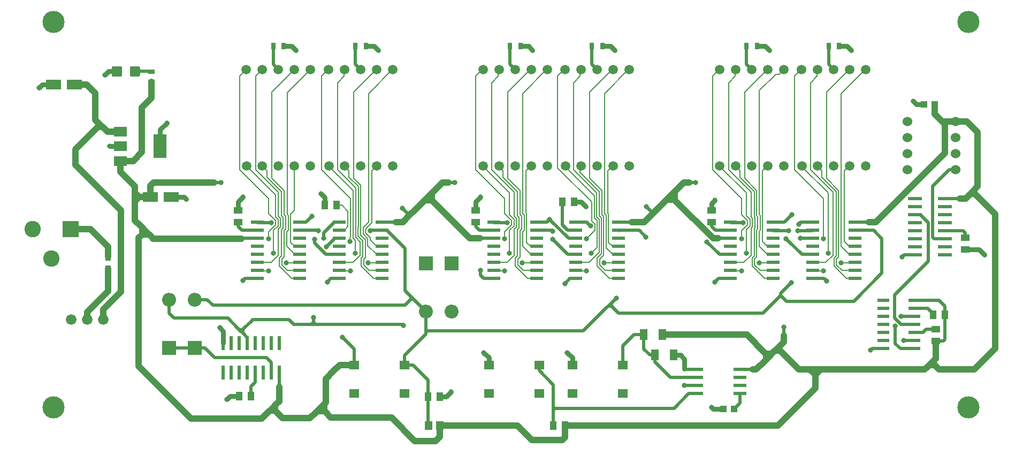
<source format=gbr>
G04 #@! TF.GenerationSoftware,KiCad,Pcbnew,(5.1.4)-1*
G04 #@! TF.CreationDate,2020-03-17T12:53:42-04:00*
G04 #@! TF.ProjectId,counter,636f756e-7465-4722-9e6b-696361645f70,v01*
G04 #@! TF.SameCoordinates,Original*
G04 #@! TF.FileFunction,Copper,L1,Top*
G04 #@! TF.FilePolarity,Positive*
%FSLAX46Y46*%
G04 Gerber Fmt 4.6, Leading zero omitted, Abs format (unit mm)*
G04 Created by KiCad (PCBNEW (5.1.4)-1) date 2020-03-17 12:53:42*
%MOMM*%
%LPD*%
G04 APERTURE LIST*
%ADD10R,0.965200X0.863600*%
%ADD11R,1.380000X1.040000*%
%ADD12R,0.800000X0.980000*%
%ADD13R,2.159000X0.558800*%
%ADD14C,1.500000*%
%ADD15R,1.600000X1.400000*%
%ADD16C,3.500000*%
%ADD17R,1.981200X0.558800*%
%ADD18R,1.160000X1.470000*%
%ADD19R,1.160000X1.820000*%
%ADD20R,1.100000X1.000000*%
%ADD21R,2.420000X1.580000*%
%ADD22C,0.100000*%
%ADD23C,1.600000*%
%ADD24R,2.600000X2.600000*%
%ADD25C,2.600000*%
%ADD26R,1.040000X1.380000*%
%ADD27R,0.980000X0.800000*%
%ADD28R,1.160000X1.680000*%
%ADD29R,0.558800X2.184400*%
%ADD30R,2.184400X0.558800*%
%ADD31R,2.057400X0.558800*%
%ADD32R,2.000000X3.800000*%
%ADD33R,2.000000X1.500000*%
%ADD34C,1.524000*%
%ADD35O,2.200000X2.200000*%
%ADD36R,2.200000X2.200000*%
%ADD37C,1.676400*%
%ADD38C,0.800000*%
%ADD39C,0.200000*%
%ADD40C,0.500000*%
%ADD41C,1.000000*%
%ADD42C,0.750000*%
%ADD43C,0.300000*%
G04 APERTURE END LIST*
D10*
X67056000Y-108800900D03*
X67056000Y-107200700D03*
D11*
X162560000Y-101524000D03*
X162560000Y-99644000D03*
D12*
X107837000Y-73660000D03*
X106163000Y-73660000D03*
D13*
X141063800Y-101555000D03*
X141063800Y-102825000D03*
X141063800Y-104095000D03*
X141063800Y-105365000D03*
X141063800Y-106635000D03*
X141063800Y-107905000D03*
X141063800Y-109175000D03*
X141063800Y-110445000D03*
X147820200Y-110445000D03*
X147820200Y-109175000D03*
X147820200Y-107905000D03*
X147820200Y-106635000D03*
X147820200Y-105365000D03*
X147820200Y-104095000D03*
X147820200Y-102825000D03*
X147820200Y-101555000D03*
D14*
X112080000Y-92620000D03*
X109540000Y-92620000D03*
X107000000Y-92620000D03*
X104460000Y-92620000D03*
X101960000Y-92620000D03*
X107000000Y-77380000D03*
X109540000Y-77380000D03*
X112080000Y-77380000D03*
X104460000Y-77380000D03*
X101920000Y-77380000D03*
D11*
X87630000Y-101524000D03*
X87630000Y-99644000D03*
D15*
X148526000Y-128615000D03*
X140526000Y-128615000D03*
X148526000Y-124115000D03*
X140526000Y-124115000D03*
D16*
X203200000Y-69850000D03*
X58420000Y-69850000D03*
X203200000Y-130810000D03*
X58420000Y-130810000D03*
D17*
X189687200Y-113919000D03*
X189687200Y-115189000D03*
X189687200Y-116459000D03*
X189687200Y-117729000D03*
X189687200Y-118999000D03*
X189687200Y-120269000D03*
X189687200Y-121539000D03*
X194614800Y-121539000D03*
X194614800Y-120269000D03*
X194614800Y-118999000D03*
X194614800Y-117729000D03*
X194614800Y-116459000D03*
X194614800Y-115189000D03*
X194614800Y-113919000D03*
D18*
X119498000Y-133731000D03*
X117738000Y-133731000D03*
D19*
X153592000Y-122555000D03*
X156542000Y-122555000D03*
D20*
X164377000Y-131064000D03*
X166077000Y-131064000D03*
D21*
X58421000Y-79756000D03*
X61721000Y-79756000D03*
D20*
X197827000Y-82931000D03*
X196127000Y-82931000D03*
D21*
X73711800Y-97561400D03*
X77011800Y-97561400D03*
D22*
G36*
X68999504Y-76862104D02*
G01*
X69023773Y-76865704D01*
X69047571Y-76871665D01*
X69070671Y-76879930D01*
X69092849Y-76890420D01*
X69113893Y-76903033D01*
X69133598Y-76917647D01*
X69151777Y-76934123D01*
X69168253Y-76952302D01*
X69182867Y-76972007D01*
X69195480Y-76993051D01*
X69205970Y-77015229D01*
X69214235Y-77038329D01*
X69220196Y-77062127D01*
X69223796Y-77086396D01*
X69225000Y-77110900D01*
X69225000Y-78260900D01*
X69223796Y-78285404D01*
X69220196Y-78309673D01*
X69214235Y-78333471D01*
X69205970Y-78356571D01*
X69195480Y-78378749D01*
X69182867Y-78399793D01*
X69168253Y-78419498D01*
X69151777Y-78437677D01*
X69133598Y-78454153D01*
X69113893Y-78468767D01*
X69092849Y-78481380D01*
X69070671Y-78491870D01*
X69047571Y-78500135D01*
X69023773Y-78506096D01*
X68999504Y-78509696D01*
X68975000Y-78510900D01*
X67875000Y-78510900D01*
X67850496Y-78509696D01*
X67826227Y-78506096D01*
X67802429Y-78500135D01*
X67779329Y-78491870D01*
X67757151Y-78481380D01*
X67736107Y-78468767D01*
X67716402Y-78454153D01*
X67698223Y-78437677D01*
X67681747Y-78419498D01*
X67667133Y-78399793D01*
X67654520Y-78378749D01*
X67644030Y-78356571D01*
X67635765Y-78333471D01*
X67629804Y-78309673D01*
X67626204Y-78285404D01*
X67625000Y-78260900D01*
X67625000Y-77110900D01*
X67626204Y-77086396D01*
X67629804Y-77062127D01*
X67635765Y-77038329D01*
X67644030Y-77015229D01*
X67654520Y-76993051D01*
X67667133Y-76972007D01*
X67681747Y-76952302D01*
X67698223Y-76934123D01*
X67716402Y-76917647D01*
X67736107Y-76903033D01*
X67757151Y-76890420D01*
X67779329Y-76879930D01*
X67802429Y-76871665D01*
X67826227Y-76865704D01*
X67850496Y-76862104D01*
X67875000Y-76860900D01*
X68975000Y-76860900D01*
X68999504Y-76862104D01*
X68999504Y-76862104D01*
G37*
D23*
X68425000Y-77685900D03*
D22*
G36*
X71849504Y-76862104D02*
G01*
X71873773Y-76865704D01*
X71897571Y-76871665D01*
X71920671Y-76879930D01*
X71942849Y-76890420D01*
X71963893Y-76903033D01*
X71983598Y-76917647D01*
X72001777Y-76934123D01*
X72018253Y-76952302D01*
X72032867Y-76972007D01*
X72045480Y-76993051D01*
X72055970Y-77015229D01*
X72064235Y-77038329D01*
X72070196Y-77062127D01*
X72073796Y-77086396D01*
X72075000Y-77110900D01*
X72075000Y-78260900D01*
X72073796Y-78285404D01*
X72070196Y-78309673D01*
X72064235Y-78333471D01*
X72055970Y-78356571D01*
X72045480Y-78378749D01*
X72032867Y-78399793D01*
X72018253Y-78419498D01*
X72001777Y-78437677D01*
X71983598Y-78454153D01*
X71963893Y-78468767D01*
X71942849Y-78481380D01*
X71920671Y-78491870D01*
X71897571Y-78500135D01*
X71873773Y-78506096D01*
X71849504Y-78509696D01*
X71825000Y-78510900D01*
X70725000Y-78510900D01*
X70700496Y-78509696D01*
X70676227Y-78506096D01*
X70652429Y-78500135D01*
X70629329Y-78491870D01*
X70607151Y-78481380D01*
X70586107Y-78468767D01*
X70566402Y-78454153D01*
X70548223Y-78437677D01*
X70531747Y-78419498D01*
X70517133Y-78399793D01*
X70504520Y-78378749D01*
X70494030Y-78356571D01*
X70485765Y-78333471D01*
X70479804Y-78309673D01*
X70476204Y-78285404D01*
X70475000Y-78260900D01*
X70475000Y-77110900D01*
X70476204Y-77086396D01*
X70479804Y-77062127D01*
X70485765Y-77038329D01*
X70494030Y-77015229D01*
X70504520Y-76993051D01*
X70517133Y-76972007D01*
X70531747Y-76952302D01*
X70548223Y-76934123D01*
X70566402Y-76917647D01*
X70586107Y-76903033D01*
X70607151Y-76890420D01*
X70629329Y-76879930D01*
X70652429Y-76871665D01*
X70676227Y-76865704D01*
X70700496Y-76862104D01*
X70725000Y-76860900D01*
X71825000Y-76860900D01*
X71849504Y-76862104D01*
X71849504Y-76862104D01*
G37*
D23*
X71275000Y-77685900D03*
D24*
X61087000Y-102616000D03*
D25*
X55087000Y-102616000D03*
X58087000Y-107316000D03*
D13*
X185262200Y-101555000D03*
X185262200Y-102825000D03*
X185262200Y-104095000D03*
X185262200Y-105365000D03*
X185262200Y-106635000D03*
X185262200Y-107905000D03*
X185262200Y-109175000D03*
X185262200Y-110445000D03*
X178505800Y-110445000D03*
X178505800Y-109175000D03*
X178505800Y-107905000D03*
X178505800Y-106635000D03*
X178505800Y-105365000D03*
X178505800Y-104095000D03*
X178505800Y-102825000D03*
X178505800Y-101555000D03*
X165505800Y-101555000D03*
X165505800Y-102825000D03*
X165505800Y-104095000D03*
X165505800Y-105365000D03*
X165505800Y-106635000D03*
X165505800Y-107905000D03*
X165505800Y-109175000D03*
X165505800Y-110445000D03*
X172262200Y-110445000D03*
X172262200Y-109175000D03*
X172262200Y-107905000D03*
X172262200Y-106635000D03*
X172262200Y-105365000D03*
X172262200Y-104095000D03*
X172262200Y-102825000D03*
X172262200Y-101555000D03*
X110378200Y-101555000D03*
X110378200Y-102825000D03*
X110378200Y-104095000D03*
X110378200Y-105365000D03*
X110378200Y-106635000D03*
X110378200Y-107905000D03*
X110378200Y-109175000D03*
X110378200Y-110445000D03*
X103621800Y-110445000D03*
X103621800Y-109175000D03*
X103621800Y-107905000D03*
X103621800Y-106635000D03*
X103621800Y-105365000D03*
X103621800Y-104095000D03*
X103621800Y-102825000D03*
X103621800Y-101555000D03*
X90621800Y-101555000D03*
X90621800Y-102825000D03*
X90621800Y-104095000D03*
X90621800Y-105365000D03*
X90621800Y-106635000D03*
X90621800Y-107905000D03*
X90621800Y-109175000D03*
X90621800Y-110445000D03*
X97378200Y-110445000D03*
X97378200Y-109175000D03*
X97378200Y-107905000D03*
X97378200Y-106635000D03*
X97378200Y-105365000D03*
X97378200Y-104095000D03*
X97378200Y-102825000D03*
X97378200Y-101555000D03*
D26*
X139370000Y-133731000D03*
X137490000Y-133731000D03*
X140767000Y-98298000D03*
X138887000Y-98298000D03*
X101295000Y-98806000D03*
X103175000Y-98806000D03*
D27*
X73914000Y-77699800D03*
X73914000Y-79373800D03*
D11*
X197993000Y-120320000D03*
X197993000Y-118440000D03*
D26*
X197561000Y-116205000D03*
X199441000Y-116205000D03*
D12*
X181047000Y-73660000D03*
X182721000Y-73660000D03*
X145279000Y-73660000D03*
X143605000Y-73660000D03*
D11*
X125222000Y-101524000D03*
X125222000Y-99644000D03*
D12*
X169721000Y-73660000D03*
X168047000Y-73660000D03*
X130605000Y-73660000D03*
X132279000Y-73660000D03*
X93163000Y-73660000D03*
X94837000Y-73660000D03*
D26*
X117678000Y-129159000D03*
X119558000Y-129159000D03*
X87757000Y-129032000D03*
X89637000Y-129032000D03*
D28*
X154738600Y-119329200D03*
X151788600Y-119329200D03*
D11*
X202692000Y-105842000D03*
X202692000Y-103962000D03*
D13*
X134820200Y-101555000D03*
X134820200Y-102825000D03*
X134820200Y-104095000D03*
X134820200Y-105365000D03*
X134820200Y-106635000D03*
X134820200Y-107905000D03*
X134820200Y-109175000D03*
X134820200Y-110445000D03*
X128063800Y-110445000D03*
X128063800Y-109175000D03*
X128063800Y-107905000D03*
X128063800Y-106635000D03*
X128063800Y-105365000D03*
X128063800Y-104095000D03*
X128063800Y-102825000D03*
X128063800Y-101555000D03*
D15*
X105982000Y-124115000D03*
X113982000Y-124115000D03*
X105982000Y-128615000D03*
X113982000Y-128615000D03*
X127279400Y-124115000D03*
X135279400Y-124115000D03*
X127279400Y-128615000D03*
X135279400Y-128615000D03*
D29*
X94150000Y-120624600D03*
X92880000Y-120624600D03*
X91610000Y-120624600D03*
X90340000Y-120624600D03*
X89070000Y-120624600D03*
X87800000Y-120624600D03*
X86530000Y-120624600D03*
X85260000Y-120624600D03*
X85260000Y-125349000D03*
X86530000Y-125349000D03*
X87800000Y-125349000D03*
X89070000Y-125349000D03*
X90340000Y-125349000D03*
X91610000Y-125349000D03*
X92880000Y-125349000D03*
X94150000Y-125349000D03*
D30*
X194741800Y-97790000D03*
X194741800Y-99060000D03*
X194741800Y-100330000D03*
X194741800Y-101600000D03*
X194741800Y-102870000D03*
X194741800Y-104140000D03*
X194741800Y-105410000D03*
X194741800Y-106680000D03*
X199466200Y-106680000D03*
X199466200Y-105410000D03*
X199466200Y-104140000D03*
X199466200Y-102870000D03*
X199466200Y-101600000D03*
X199466200Y-100330000D03*
X199466200Y-99060000D03*
X199466200Y-97790000D03*
D31*
X160147000Y-124841000D03*
X160147000Y-126111000D03*
X160147000Y-127381000D03*
X160147000Y-128651000D03*
X167005000Y-128651000D03*
X167005000Y-127381000D03*
X167005000Y-126111000D03*
X167005000Y-124841000D03*
D32*
X75286000Y-89535000D03*
D33*
X68986000Y-89535000D03*
X68986000Y-91835000D03*
X68986000Y-87235000D03*
D34*
X193548000Y-85598000D03*
X193548000Y-88138000D03*
X193548000Y-90678000D03*
X193548000Y-93218000D03*
X201168000Y-93218000D03*
X201168000Y-90678000D03*
X201168000Y-88138000D03*
X201168000Y-85598000D03*
D35*
X121412000Y-115697000D03*
D36*
X121412000Y-108077000D03*
X117348000Y-108077000D03*
D35*
X117348000Y-115697000D03*
X80772000Y-113792000D03*
D36*
X80772000Y-121412000D03*
X76708000Y-121412000D03*
D35*
X76708000Y-113792000D03*
D14*
X99080000Y-92620000D03*
X96540000Y-92620000D03*
X94000000Y-92620000D03*
X91460000Y-92620000D03*
X88960000Y-92620000D03*
X94000000Y-77380000D03*
X96540000Y-77380000D03*
X99080000Y-77380000D03*
X91460000Y-77380000D03*
X88920000Y-77380000D03*
X186964000Y-92620000D03*
X184424000Y-92620000D03*
X181884000Y-92620000D03*
X179344000Y-92620000D03*
X176844000Y-92620000D03*
X181884000Y-77380000D03*
X184424000Y-77380000D03*
X186964000Y-77380000D03*
X179344000Y-77380000D03*
X176804000Y-77380000D03*
X163804000Y-77380000D03*
X166344000Y-77380000D03*
X173964000Y-77380000D03*
X171424000Y-77380000D03*
X168884000Y-77380000D03*
X163844000Y-92620000D03*
X166344000Y-92620000D03*
X168884000Y-92620000D03*
X171424000Y-92620000D03*
X173964000Y-92620000D03*
X149522000Y-92620000D03*
X146982000Y-92620000D03*
X144442000Y-92620000D03*
X141902000Y-92620000D03*
X139402000Y-92620000D03*
X144442000Y-77380000D03*
X146982000Y-77380000D03*
X149522000Y-77380000D03*
X141902000Y-77380000D03*
X139362000Y-77380000D03*
X126362000Y-77380000D03*
X128902000Y-77380000D03*
X136522000Y-77380000D03*
X133982000Y-77380000D03*
X131442000Y-77380000D03*
X126402000Y-92620000D03*
X128902000Y-92620000D03*
X131442000Y-92620000D03*
X133982000Y-92620000D03*
X136522000Y-92620000D03*
D37*
X63754000Y-116967000D03*
X61214000Y-116967000D03*
X66294000Y-116967000D03*
D38*
X180213000Y-109220000D03*
X180213000Y-104140000D03*
X183007000Y-107950000D03*
X180975000Y-106426000D03*
X170053000Y-107950000D03*
X168021000Y-106426000D03*
X167259000Y-104140000D03*
X167259000Y-109220000D03*
X105410000Y-109220000D03*
X105276992Y-104543459D03*
X108204000Y-107950000D03*
X106172000Y-106426000D03*
X93218000Y-106426000D03*
X95250000Y-107950000D03*
X92456000Y-104140000D03*
X92456000Y-109220000D03*
X142748000Y-104140000D03*
X142748000Y-109220000D03*
X145542000Y-107950000D03*
X143510000Y-106426000D03*
X132588000Y-107950000D03*
X130556000Y-106426000D03*
X129794000Y-104140000D03*
X129794000Y-109220000D03*
X173990000Y-118110000D03*
X175260000Y-100330000D03*
X160020000Y-95250000D03*
X101600000Y-105410000D03*
X121920000Y-95250000D03*
X136906000Y-101092000D03*
X99314000Y-100584000D03*
X84937600Y-95250000D03*
X176611621Y-104077980D03*
X104140000Y-119761000D03*
X113588800Y-99314000D03*
X152196800Y-99110800D03*
X147447000Y-113538000D03*
X174752000Y-102870000D03*
X108517626Y-102885977D03*
X100322594Y-102870000D03*
X175133000Y-111125000D03*
X152146000Y-103886000D03*
X139700000Y-122174000D03*
X184658000Y-74320400D03*
X171653200Y-74320400D03*
X147218400Y-74320400D03*
X134213600Y-74320400D03*
X109778800Y-74320400D03*
X100711000Y-97028000D03*
X88392000Y-110744000D03*
X101727000Y-110998000D03*
X139319000Y-111252000D03*
X163068000Y-110998000D03*
X192659000Y-107061000D03*
X187706000Y-121793000D03*
X158242000Y-123190000D03*
X85852000Y-129540000D03*
X125984000Y-97536000D03*
X142621000Y-99060000D03*
X163068000Y-98044000D03*
X194437000Y-82423000D03*
X121285000Y-128397000D03*
X84709000Y-118237000D03*
X205740000Y-106680000D03*
X162560000Y-130810000D03*
X88392000Y-97536000D03*
X56134000Y-80264000D03*
X79375000Y-97917000D03*
X66548000Y-78232000D03*
X67310000Y-89535000D03*
X76327000Y-85852000D03*
X96774000Y-74320400D03*
X126492000Y-122174000D03*
X180784500Y-110871000D03*
X125984000Y-109156500D03*
X113792000Y-117856000D03*
X101172604Y-104060705D03*
X99568000Y-116586000D03*
X137409643Y-102974517D03*
X167513000Y-101600000D03*
X174308397Y-104136500D03*
X158242000Y-127381000D03*
X176149000Y-102870000D03*
X192913000Y-120269000D03*
X176300853Y-101881585D03*
X161798000Y-104648000D03*
X143409444Y-102142010D03*
X99695000Y-104267000D03*
X92837000Y-101600000D03*
X137414000Y-104267000D03*
X130175000Y-101600000D03*
X192532000Y-116459000D03*
X191617600Y-117957600D03*
D39*
X180213000Y-109220000D02*
X178423800Y-109220000D01*
X178423800Y-109220000D02*
X178378800Y-109175000D01*
X180213000Y-97790000D02*
X180213000Y-104140000D01*
X176911000Y-94488000D02*
X180213000Y-97790000D01*
X175641999Y-93218999D02*
X176911000Y-94488000D01*
X176677000Y-77380000D02*
X175641999Y-78415001D01*
X175641999Y-78415001D02*
X175641999Y-93218999D01*
X180595242Y-107905000D02*
X179708300Y-107905000D01*
X178166999Y-79490661D02*
X178166999Y-93203999D01*
X179708300Y-107905000D02*
X178378800Y-107905000D01*
X178166999Y-93203999D02*
X181737000Y-96774000D01*
X181737000Y-106763242D02*
X180595242Y-107905000D01*
X181737000Y-96774000D02*
X181737000Y-106763242D01*
X179217000Y-78440660D02*
X178166999Y-79490661D01*
X179217000Y-77380000D02*
X179217000Y-78440660D01*
X186837000Y-77380000D02*
X183045022Y-81171978D01*
X183045022Y-81171978D02*
X183045022Y-105344922D01*
X183045022Y-105344922D02*
X184335100Y-106635000D01*
X184335100Y-106635000D02*
X185135200Y-106635000D01*
X183855700Y-109175000D02*
X185135200Y-109175000D01*
X182306999Y-107359999D02*
X182306999Y-108286001D01*
X182645011Y-107021987D02*
X182306999Y-107359999D01*
X182645011Y-96515255D02*
X182645011Y-107021987D01*
X180706999Y-94577243D02*
X182645011Y-96515255D01*
X180706999Y-80970001D02*
X180706999Y-94577243D01*
X184297000Y-77380000D02*
X180706999Y-80970001D01*
X183195998Y-109175000D02*
X183855700Y-109175000D01*
X182306999Y-108286001D02*
X183195998Y-109175000D01*
D40*
X181047000Y-76543000D02*
X181884000Y-77380000D01*
X181047000Y-73660000D02*
X181047000Y-76543000D01*
D39*
X185090200Y-107950000D02*
X185135200Y-107905000D01*
X183007000Y-107950000D02*
X185090200Y-107950000D01*
X180975000Y-96878000D02*
X180975000Y-105860315D01*
X176717000Y-92620000D02*
X180975000Y-96878000D01*
X180975000Y-105860315D02*
X180975000Y-106426000D01*
X183855700Y-110445000D02*
X185135200Y-110445000D01*
X181906988Y-107194310D02*
X181906988Y-108496288D01*
X182245000Y-106856298D02*
X181906988Y-107194310D01*
X182245000Y-96680944D02*
X182245000Y-106856298D01*
X179966999Y-93369999D02*
X179966999Y-94402943D01*
X179217000Y-92620000D02*
X179966999Y-93369999D01*
X181906988Y-108496288D02*
X183855700Y-110445000D01*
X179966999Y-94402943D02*
X182245000Y-96680944D01*
X184297000Y-92620000D02*
X183547001Y-93369999D01*
X183547001Y-93369999D02*
X183547001Y-104576901D01*
X183547001Y-104576901D02*
X184335100Y-105365000D01*
X184335100Y-105365000D02*
X185135200Y-105365000D01*
X170613067Y-100269865D02*
X170613067Y-104596967D01*
X170613067Y-104596967D02*
X171381100Y-105365000D01*
X171381100Y-105365000D02*
X172181200Y-105365000D01*
X170593001Y-93369999D02*
X170593001Y-100249799D01*
X170593001Y-100249799D02*
X170613067Y-100269865D01*
X171343000Y-92620000D02*
X170593001Y-93369999D01*
X169291000Y-106856298D02*
X168952988Y-107194310D01*
X168952988Y-108496288D02*
X170901700Y-110445000D01*
X168952988Y-107194310D02*
X168952988Y-108496288D01*
X166263000Y-92620000D02*
X167012999Y-93369999D01*
X169291000Y-102555102D02*
X169291000Y-106856298D01*
X169413034Y-102433068D02*
X169291000Y-102555102D01*
X170901700Y-110445000D02*
X172181200Y-110445000D01*
X167012999Y-93369999D02*
X167012999Y-94402943D01*
X169413034Y-100766932D02*
X169413034Y-102433068D01*
X169291000Y-96680944D02*
X169291000Y-100644898D01*
X167012999Y-94402943D02*
X169291000Y-96680944D01*
X169291000Y-100644898D02*
X169413034Y-100766932D01*
X172136200Y-107950000D02*
X172181200Y-107905000D01*
X170053000Y-107950000D02*
X172136200Y-107950000D01*
X168021000Y-102693702D02*
X168021000Y-105860315D01*
X168021000Y-100506298D02*
X168613012Y-101098310D01*
X168021000Y-105860315D02*
X168021000Y-106426000D01*
X168613012Y-101098310D02*
X168613012Y-102101690D01*
X168021000Y-96878000D02*
X168021000Y-100506298D01*
X163763000Y-92620000D02*
X168021000Y-96878000D01*
X168613012Y-102101690D02*
X168021000Y-102693702D01*
D40*
X168047000Y-76543000D02*
X168884000Y-77380000D01*
X168047000Y-73660000D02*
X168047000Y-76543000D01*
D39*
X169691011Y-107021987D02*
X169352999Y-107359999D01*
X169691011Y-100479209D02*
X169813045Y-100601243D01*
X169691011Y-102720791D02*
X169691011Y-107021987D01*
X169813045Y-100601243D02*
X169813045Y-102598757D01*
X170901700Y-109175000D02*
X172181200Y-109175000D01*
X167752999Y-94577243D02*
X169691011Y-96515255D01*
X169813045Y-102598757D02*
X169691011Y-102720791D01*
X169352999Y-108286001D02*
X170241998Y-109175000D01*
X169352999Y-107359999D02*
X169352999Y-108286001D01*
X170241998Y-109175000D02*
X170901700Y-109175000D01*
X169691011Y-96515255D02*
X169691011Y-100479209D01*
X167752999Y-80970001D02*
X167752999Y-94577243D01*
X171343000Y-77380000D02*
X167752999Y-80970001D01*
X171381100Y-106635000D02*
X172181200Y-106635000D01*
X170213056Y-100435554D02*
X170213056Y-102764446D01*
X170213056Y-102764446D02*
X170091022Y-102886480D01*
X170091022Y-102886480D02*
X170091022Y-105344922D01*
X170091022Y-105344922D02*
X171381100Y-106635000D01*
X170091022Y-100313520D02*
X170213056Y-100435554D01*
X173214001Y-78129999D02*
X172695001Y-78129999D01*
X173964000Y-77380000D02*
X173214001Y-78129999D01*
X170091022Y-80733978D02*
X170091022Y-81241978D01*
X172695001Y-78129999D02*
X170091022Y-80733978D01*
X170091022Y-81171978D02*
X170091022Y-81241978D01*
X170091022Y-81241978D02*
X170091022Y-100313520D01*
X168783000Y-96774000D02*
X168783000Y-100702598D01*
X166263000Y-78440660D02*
X165212999Y-79490661D01*
X168783000Y-100702598D02*
X169013023Y-100932621D01*
X166754300Y-107905000D02*
X165424800Y-107905000D01*
X165212999Y-93203999D02*
X168783000Y-96774000D01*
X168783000Y-102497402D02*
X168783000Y-106763242D01*
X169013023Y-102267379D02*
X168783000Y-102497402D01*
X167641242Y-107905000D02*
X166754300Y-107905000D01*
X169013023Y-100932621D02*
X169013023Y-102267379D01*
X168783000Y-106763242D02*
X167641242Y-107905000D01*
X165212999Y-79490661D02*
X165212999Y-93203999D01*
X166263000Y-77380000D02*
X166263000Y-78440660D01*
X167259000Y-109220000D02*
X165469800Y-109220000D01*
X165469800Y-109220000D02*
X165424800Y-109175000D01*
X163723000Y-77380000D02*
X162687999Y-78415001D01*
X167259000Y-102890002D02*
X167259000Y-103574315D01*
X162687999Y-78415001D02*
X162687999Y-93218999D01*
X162687999Y-93218999D02*
X167259000Y-97790000D01*
X167259000Y-103574315D02*
X167259000Y-104140000D01*
X167259000Y-97790000D02*
X167259000Y-100309998D01*
X167259000Y-100309998D02*
X168213001Y-101263999D01*
X168213001Y-101263999D02*
X168213001Y-101936001D01*
X168213001Y-101936001D02*
X167259000Y-102890002D01*
X105410000Y-109220000D02*
X103620800Y-109220000D01*
X103620800Y-109220000D02*
X103575800Y-109175000D01*
X105401312Y-97781312D02*
X105401312Y-103853454D01*
X100838999Y-78415001D02*
X100838999Y-93218999D01*
X100838999Y-93218999D02*
X105401312Y-97781312D01*
X105276992Y-103977774D02*
X105276992Y-104543459D01*
X105401312Y-103853454D02*
X105276992Y-103977774D01*
X101874000Y-77380000D02*
X100838999Y-78415001D01*
X106229033Y-102097067D02*
X106201334Y-102124766D01*
X104905300Y-107905000D02*
X103575800Y-107905000D01*
X105792242Y-107905000D02*
X104905300Y-107905000D01*
X106919955Y-106777287D02*
X105792242Y-107905000D01*
X106919955Y-104630757D02*
X106919955Y-106777287D01*
X106201334Y-103912136D02*
X106919955Y-104630757D01*
X106201334Y-102124766D02*
X106201334Y-103912136D01*
X106229033Y-96069033D02*
X106229033Y-102097067D01*
X103363999Y-79490661D02*
X103363999Y-93203999D01*
X104414000Y-78440660D02*
X103363999Y-79490661D01*
X104414000Y-77380000D02*
X104414000Y-78440660D01*
X103363999Y-93203999D02*
X106229033Y-96069033D01*
X112034000Y-77380000D02*
X108242022Y-81171978D01*
X107401367Y-103415069D02*
X108119988Y-104133690D01*
X107401367Y-102621833D02*
X107401367Y-103415069D01*
X107429066Y-102340134D02*
X107429066Y-102594134D01*
X109532100Y-106635000D02*
X110332200Y-106635000D01*
X108119988Y-105222888D02*
X109532100Y-106635000D01*
X108119988Y-104133690D02*
X108119988Y-105222888D01*
X107429066Y-102594134D02*
X107401367Y-102621833D01*
X108242022Y-101527178D02*
X107429066Y-102340134D01*
X108242022Y-81171978D02*
X108242022Y-101527178D01*
X105903999Y-80970001D02*
X105903999Y-94577243D01*
X107001356Y-102456144D02*
X107001356Y-103580758D01*
X109494000Y-77380000D02*
X105903999Y-80970001D01*
X107719977Y-104299379D02*
X107719977Y-107144021D01*
X107719977Y-107144021D02*
X107503999Y-107359999D01*
X107503999Y-107359999D02*
X107503999Y-108286001D01*
X108392998Y-109175000D02*
X109052700Y-109175000D01*
X109052700Y-109175000D02*
X110332200Y-109175000D01*
X107001356Y-103580758D02*
X107719977Y-104299379D01*
X107503999Y-108286001D02*
X108392998Y-109175000D01*
X107029055Y-102428445D02*
X107001356Y-102456144D01*
X105903999Y-94577243D02*
X107029055Y-95702299D01*
X107029055Y-95702299D02*
X107029055Y-102428445D01*
D40*
X106163000Y-76543000D02*
X107000000Y-77380000D01*
X106163000Y-73660000D02*
X106163000Y-76543000D01*
D39*
X110287200Y-107950000D02*
X110332200Y-107905000D01*
X108204000Y-107950000D02*
X110287200Y-107950000D01*
X106172000Y-105860315D02*
X106172000Y-106426000D01*
X106172000Y-104448502D02*
X106172000Y-105860315D01*
X105801323Y-101959077D02*
X105801323Y-104077825D01*
X105829022Y-101931378D02*
X105801323Y-101959077D01*
X105829022Y-96535022D02*
X105829022Y-101931378D01*
X101914000Y-92620000D02*
X105829022Y-96535022D01*
X105801323Y-104077825D02*
X106172000Y-104448502D01*
X105163999Y-94402943D02*
X106629044Y-95867988D01*
X106629044Y-102262756D02*
X106601345Y-102290455D01*
X106601345Y-102290455D02*
X106601345Y-103746447D01*
X106601345Y-103746447D02*
X107319966Y-104465068D01*
X107319966Y-106978332D02*
X107103988Y-107194310D01*
X107103988Y-108496288D02*
X109052700Y-110445000D01*
X109052700Y-110445000D02*
X110332200Y-110445000D01*
X106629044Y-95867988D02*
X106629044Y-102262756D01*
X104414000Y-92620000D02*
X105163999Y-93369999D01*
X107319966Y-104465068D02*
X107319966Y-106978332D01*
X105163999Y-93369999D02*
X105163999Y-94402943D01*
X107103988Y-107194310D02*
X107103988Y-108496288D01*
X107801378Y-102787522D02*
X107801378Y-103249380D01*
X108519999Y-103968001D02*
X108519999Y-104352899D01*
X107829077Y-102759823D02*
X107801378Y-102787522D01*
X108744001Y-93369999D02*
X108744001Y-101590899D01*
X108744001Y-101590899D02*
X107829077Y-102505823D01*
X109532100Y-105365000D02*
X110332200Y-105365000D01*
X109494000Y-92620000D02*
X108744001Y-93369999D01*
X108519999Y-104352899D02*
X109532100Y-105365000D01*
X107829077Y-102505823D02*
X107829077Y-102759823D01*
X107801378Y-103249380D02*
X108519999Y-103968001D01*
X95937067Y-100269865D02*
X95937067Y-104723967D01*
X96578100Y-105365000D02*
X97378200Y-105365000D01*
X95937067Y-104723967D02*
X96578100Y-105365000D01*
X96540000Y-99666932D02*
X95937067Y-100269865D01*
X96540000Y-92620000D02*
X96540000Y-99666932D01*
X91460000Y-92620000D02*
X92209999Y-93369999D01*
X92209999Y-94402943D02*
X94488000Y-96680944D01*
X94488000Y-106856298D02*
X94149988Y-107194310D01*
X94149988Y-108496288D02*
X96098700Y-110445000D01*
X96098700Y-110445000D02*
X97378200Y-110445000D01*
X94149988Y-107194310D02*
X94149988Y-108496288D01*
X94488000Y-102682102D02*
X94488000Y-106856298D01*
X94737034Y-102433068D02*
X94488000Y-102682102D01*
X94737034Y-100766932D02*
X94737034Y-102433068D01*
X94488000Y-100517898D02*
X94737034Y-100766932D01*
X94488000Y-96680944D02*
X94488000Y-100517898D01*
X92209999Y-93369999D02*
X92209999Y-94402943D01*
X97333200Y-107950000D02*
X97378200Y-107905000D01*
X95250000Y-107950000D02*
X97333200Y-107950000D01*
X93218000Y-102820702D02*
X93218000Y-105860315D01*
X93937012Y-101098310D02*
X93937012Y-102101690D01*
X88960000Y-92620000D02*
X93556012Y-97216012D01*
X93556012Y-100717310D02*
X93937012Y-101098310D01*
X93218000Y-105860315D02*
X93218000Y-106426000D01*
X93937012Y-102101690D02*
X93218000Y-102820702D01*
X93556012Y-97216012D02*
X93556012Y-100717310D01*
D40*
X93163000Y-76543000D02*
X94000000Y-77380000D01*
X93163000Y-73660000D02*
X93163000Y-76543000D01*
D39*
X94888011Y-100352209D02*
X95137045Y-100601243D01*
X94549999Y-107359999D02*
X94549999Y-108286001D01*
X95137045Y-100601243D02*
X95137045Y-102598757D01*
X92949999Y-94577243D02*
X94888011Y-96515255D01*
X94888011Y-107021987D02*
X94549999Y-107359999D01*
X94549999Y-108286001D02*
X95438998Y-109175000D01*
X95438998Y-109175000D02*
X96098700Y-109175000D01*
X94888011Y-96515255D02*
X94888011Y-100352209D01*
X96098700Y-109175000D02*
X97378200Y-109175000D01*
X92949999Y-80970001D02*
X92949999Y-94577243D01*
X96540000Y-77380000D02*
X92949999Y-80970001D01*
X95137045Y-102598757D02*
X94888011Y-102847791D01*
X94888011Y-102847791D02*
X94888011Y-107021987D01*
X95537056Y-102764446D02*
X95288022Y-103013480D01*
X96578100Y-106635000D02*
X97378200Y-106635000D01*
X95288022Y-105344922D02*
X96578100Y-106635000D01*
X95537056Y-100435554D02*
X95537056Y-102764446D01*
X95410056Y-100308554D02*
X95537056Y-100435554D01*
X95410056Y-81049944D02*
X95410056Y-100308554D01*
X95288022Y-103013480D02*
X95288022Y-105344922D01*
X99080000Y-77380000D02*
X95410056Y-81049944D01*
X93980000Y-96774000D02*
X93980000Y-100575598D01*
X93980000Y-106763242D02*
X92838242Y-107905000D01*
X93980000Y-100575598D02*
X94337023Y-100932621D01*
X90409999Y-78430001D02*
X90409999Y-93203999D01*
X93980000Y-102624402D02*
X93980000Y-106763242D01*
X91460000Y-77380000D02*
X90409999Y-78430001D01*
X91901300Y-107905000D02*
X90621800Y-107905000D01*
X92838242Y-107905000D02*
X91901300Y-107905000D01*
X94337023Y-102267379D02*
X93980000Y-102624402D01*
X94337023Y-100932621D02*
X94337023Y-102267379D01*
X90409999Y-93203999D02*
X93980000Y-96774000D01*
X90666800Y-109220000D02*
X90621800Y-109175000D01*
X92456000Y-109220000D02*
X90666800Y-109220000D01*
X92456000Y-97790000D02*
X92456000Y-100182998D01*
X92456000Y-100182998D02*
X93537001Y-101263999D01*
X93537001Y-101936001D02*
X92456000Y-103017002D01*
X87884999Y-93218999D02*
X92456000Y-97790000D01*
X92456000Y-103574315D02*
X92456000Y-104140000D01*
X93537001Y-101263999D02*
X93537001Y-101936001D01*
X87884999Y-78415001D02*
X87884999Y-93218999D01*
X88920000Y-77380000D02*
X87884999Y-78415001D01*
X92456000Y-103017002D02*
X92456000Y-103574315D01*
X142748000Y-109220000D02*
X140958800Y-109220000D01*
X140958800Y-109220000D02*
X140913800Y-109175000D01*
X139212000Y-77380000D02*
X138176999Y-78415001D01*
X143575001Y-98347003D02*
X143575001Y-98486999D01*
X138176999Y-92949001D02*
X143575001Y-98347003D01*
X138176999Y-78415001D02*
X138176999Y-92949001D01*
X143575001Y-98466999D02*
X143575001Y-98486999D01*
X143575001Y-98486999D02*
X143575001Y-101344283D01*
X144059446Y-102828554D02*
X143147999Y-103740001D01*
X143575001Y-101344283D02*
X144059446Y-101828728D01*
X143147999Y-103740001D02*
X142748000Y-104140000D01*
X144059446Y-101828728D02*
X144059446Y-102828554D01*
X144759466Y-106275776D02*
X143130242Y-107905000D01*
X140701999Y-93203999D02*
X144375023Y-96877023D01*
X141752000Y-78440660D02*
X140701999Y-79490661D01*
X144759466Y-101063064D02*
X144759466Y-106275776D01*
X143130242Y-107905000D02*
X142243300Y-107905000D01*
X142243300Y-107905000D02*
X140913800Y-107905000D01*
X140701999Y-79490661D02*
X140701999Y-93203999D01*
X144375023Y-100678621D02*
X144759466Y-101063064D01*
X144375023Y-96877023D02*
X144375023Y-100678621D01*
X141752000Y-77380000D02*
X141752000Y-78440660D01*
X146870100Y-106635000D02*
X147670200Y-106635000D01*
X145580022Y-81171978D02*
X145580022Y-100186520D01*
X145829056Y-100435554D02*
X145829056Y-105593956D01*
X145829056Y-105593956D02*
X146870100Y-106635000D01*
X145580022Y-100186520D02*
X145829056Y-100435554D01*
X149372000Y-77380000D02*
X145580022Y-81171978D01*
X143241999Y-80970001D02*
X143241999Y-94577243D01*
X145459486Y-100631684D02*
X145459486Y-106742512D01*
X146390700Y-109175000D02*
X147670200Y-109175000D01*
X145180011Y-96515255D02*
X145180011Y-100352209D01*
X145730998Y-109175000D02*
X146390700Y-109175000D01*
X145180011Y-100352209D02*
X145459486Y-100631684D01*
X144841999Y-107359999D02*
X144841999Y-108286001D01*
X144841999Y-108286001D02*
X145730998Y-109175000D01*
X145459486Y-106742512D02*
X144841999Y-107359999D01*
X146832000Y-77380000D02*
X143241999Y-80970001D01*
X143241999Y-94577243D02*
X145180011Y-96515255D01*
D40*
X143605000Y-76543000D02*
X144442000Y-77380000D01*
X143605000Y-73660000D02*
X143605000Y-76543000D01*
D39*
X147625200Y-107950000D02*
X147670200Y-107905000D01*
X145542000Y-107950000D02*
X147625200Y-107950000D01*
X139252000Y-92620000D02*
X143975012Y-97343012D01*
X143975012Y-97343012D02*
X143975012Y-100844310D01*
X144409457Y-101278755D02*
X144409457Y-105526543D01*
X144409457Y-105526543D02*
X143909999Y-106026001D01*
X143975012Y-100844310D02*
X144409457Y-101278755D01*
X143909999Y-106026001D02*
X143510000Y-106426000D01*
X146390700Y-110445000D02*
X147670200Y-110445000D01*
X144780000Y-96680944D02*
X144780000Y-100517898D01*
X144441988Y-108496288D02*
X146390700Y-110445000D01*
X145109476Y-106526822D02*
X144441988Y-107194310D01*
X141752000Y-92620000D02*
X141752000Y-93652944D01*
X144780000Y-100517898D02*
X145109476Y-100847374D01*
X145109476Y-100847374D02*
X145109476Y-106526822D01*
X141752000Y-93652944D02*
X144780000Y-96680944D01*
X144441988Y-107194310D02*
X144441988Y-108496288D01*
X146832000Y-92620000D02*
X146082001Y-93369999D01*
X146870100Y-105365000D02*
X147670200Y-105365000D01*
X146082001Y-100122799D02*
X146229067Y-100269865D01*
X146082001Y-93369999D02*
X146082001Y-100122799D01*
X146229067Y-100269865D02*
X146229067Y-104723967D01*
X146229067Y-104723967D02*
X146870100Y-105365000D01*
X133275067Y-104723967D02*
X133916100Y-105365000D01*
X133275067Y-100269865D02*
X133275067Y-104723967D01*
X133916100Y-105365000D02*
X134716200Y-105365000D01*
X133128001Y-100122799D02*
X133275067Y-100269865D01*
X133128001Y-93369999D02*
X133128001Y-100122799D01*
X133878000Y-92620000D02*
X133128001Y-93369999D01*
X131826000Y-106856298D02*
X131487988Y-107194310D01*
X129547999Y-93369999D02*
X129547999Y-94402943D01*
X129547999Y-94402943D02*
X131826000Y-96680944D01*
X131487988Y-107194310D02*
X131487988Y-108496288D01*
X133436700Y-110445000D02*
X134716200Y-110445000D01*
X131826000Y-102682102D02*
X131826000Y-106856298D01*
X131487988Y-108496288D02*
X133436700Y-110445000D01*
X132075034Y-100766932D02*
X132075034Y-102433068D01*
X131826000Y-96680944D02*
X131826000Y-100517898D01*
X128798000Y-92620000D02*
X129547999Y-93369999D01*
X132075034Y-102433068D02*
X131826000Y-102682102D01*
X131826000Y-100517898D02*
X132075034Y-100766932D01*
X134671200Y-107950000D02*
X134716200Y-107905000D01*
X132588000Y-107950000D02*
X134671200Y-107950000D01*
X131275012Y-101098310D02*
X131275012Y-102101690D01*
X126298000Y-92620000D02*
X130556000Y-96878000D01*
X130556000Y-96878000D02*
X130556000Y-100379298D01*
X130556000Y-100379298D02*
X131275012Y-101098310D01*
X130556000Y-102820702D02*
X130556000Y-105860315D01*
X131275012Y-102101690D02*
X130556000Y-102820702D01*
X130556000Y-105860315D02*
X130556000Y-106426000D01*
D40*
X130605000Y-76543000D02*
X131442000Y-77380000D01*
X130605000Y-73660000D02*
X130605000Y-76543000D01*
D39*
X133436700Y-109175000D02*
X134716200Y-109175000D01*
X132226011Y-107021987D02*
X131887999Y-107359999D01*
X131887999Y-107359999D02*
X131887999Y-108286001D01*
X132226011Y-96515255D02*
X132226011Y-100352209D01*
X133878000Y-77380000D02*
X130287999Y-80970001D01*
X132475045Y-102598757D02*
X132226011Y-102847791D01*
X132226011Y-102847791D02*
X132226011Y-107021987D01*
X130287999Y-80970001D02*
X130287999Y-94577243D01*
X131887999Y-108286001D02*
X132776998Y-109175000D01*
X132226011Y-100352209D02*
X132475045Y-100601243D01*
X132475045Y-100601243D02*
X132475045Y-102598757D01*
X132776998Y-109175000D02*
X133436700Y-109175000D01*
X130287999Y-94577243D02*
X132226011Y-96515255D01*
X132626022Y-103013480D02*
X132626022Y-105344922D01*
X132626022Y-81171978D02*
X132626022Y-100186520D01*
X132626022Y-105344922D02*
X133916100Y-106635000D01*
X132626022Y-100186520D02*
X132875056Y-100435554D01*
X133916100Y-106635000D02*
X134716200Y-106635000D01*
X132875056Y-100435554D02*
X132875056Y-102764446D01*
X132875056Y-102764446D02*
X132626022Y-103013480D01*
X136418000Y-77380000D02*
X132626022Y-81171978D01*
X127747999Y-93203999D02*
X131318000Y-96774000D01*
X131318000Y-96774000D02*
X131318000Y-100575598D01*
X127747999Y-79490661D02*
X127747999Y-93203999D01*
X128798000Y-77380000D02*
X128798000Y-78440660D01*
X130176242Y-107905000D02*
X129289300Y-107905000D01*
X129289300Y-107905000D02*
X127959800Y-107905000D01*
X131318000Y-106763242D02*
X130176242Y-107905000D01*
X131318000Y-102624402D02*
X131318000Y-106763242D01*
X131675023Y-102267379D02*
X131318000Y-102624402D01*
X131675023Y-100932621D02*
X131675023Y-102267379D01*
X131318000Y-100575598D02*
X131675023Y-100932621D01*
X128798000Y-78440660D02*
X127747999Y-79490661D01*
X129794000Y-109220000D02*
X128004800Y-109220000D01*
X128004800Y-109220000D02*
X127959800Y-109175000D01*
X130875001Y-101263999D02*
X130875001Y-101936001D01*
X129794000Y-103017002D02*
X129794000Y-103574315D01*
X130875001Y-101936001D02*
X129794000Y-103017002D01*
X126258000Y-77380000D02*
X125222999Y-78415001D01*
X125222999Y-78415001D02*
X125222999Y-93218999D01*
X125222999Y-93218999D02*
X129794000Y-97790000D01*
X129794000Y-97790000D02*
X129794000Y-100182998D01*
X129794000Y-100182998D02*
X130875001Y-101263999D01*
X129794000Y-103574315D02*
X129794000Y-104140000D01*
D40*
X172262200Y-101555000D02*
X174035000Y-101555000D01*
X174035000Y-101555000D02*
X175260000Y-100330000D01*
X134820200Y-101555000D02*
X136443000Y-101555000D01*
X136443000Y-101555000D02*
X136906000Y-101092000D01*
X97378200Y-101555000D02*
X98343000Y-101555000D01*
X98343000Y-101555000D02*
X99314000Y-100584000D01*
X176628641Y-104095000D02*
X176611621Y-104077980D01*
X178505800Y-104095000D02*
X176628641Y-104095000D01*
D41*
X73711800Y-95771400D02*
X74233200Y-95250000D01*
X73711800Y-97561400D02*
X73711800Y-95771400D01*
X74233200Y-95250000D02*
X82550000Y-95250000D01*
X70986000Y-91835000D02*
X72390000Y-90431000D01*
X68986000Y-91835000D02*
X70986000Y-91835000D01*
X72390000Y-90431000D02*
X72390000Y-83439000D01*
X73914000Y-81915000D02*
X73914000Y-79373800D01*
X72390000Y-83439000D02*
X73914000Y-81915000D01*
X74168000Y-104140000D02*
X88138000Y-104140000D01*
D40*
X88183000Y-104095000D02*
X90621800Y-104095000D01*
X88138000Y-104140000D02*
X88183000Y-104095000D01*
D41*
X73152000Y-103124000D02*
X72771000Y-103124000D01*
X71882000Y-104013000D02*
X71882000Y-124333000D01*
X71882000Y-124333000D02*
X80137000Y-132588000D01*
X80137000Y-132588000D02*
X90678000Y-132588000D01*
X90678000Y-132588000D02*
X91376500Y-132588000D01*
D40*
X94107000Y-129857500D02*
X94150000Y-129814500D01*
D41*
X103659500Y-124115000D02*
X105982000Y-124115000D01*
X92837000Y-131127500D02*
X93218000Y-131127500D01*
X94615000Y-132524500D02*
X98996500Y-132524500D01*
X101473000Y-130048000D02*
X101473000Y-126301500D01*
X100869750Y-130651250D02*
X101473000Y-130048000D01*
X100869750Y-130651250D02*
X100869750Y-131032250D01*
X102298500Y-132461000D02*
X111887000Y-132461000D01*
X119498000Y-135466000D02*
X119498000Y-133731000D01*
X111887000Y-132461000D02*
X115570000Y-136144000D01*
X115570000Y-136144000D02*
X118820000Y-136144000D01*
X118820000Y-136144000D02*
X119498000Y-135466000D01*
X119498000Y-133731000D02*
X131826000Y-133731000D01*
X131826000Y-133731000D02*
X134112000Y-136017000D01*
X134112000Y-136017000D02*
X138938000Y-136017000D01*
X139370000Y-135585000D02*
X139370000Y-133731000D01*
X138938000Y-136017000D02*
X139370000Y-135585000D01*
X168097200Y-119329200D02*
X154738600Y-119329200D01*
D40*
X199183000Y-120320000D02*
X199453500Y-120049500D01*
X197993000Y-120320000D02*
X199183000Y-120320000D01*
X199441000Y-120037000D02*
X199441000Y-116205000D01*
X199453500Y-120049500D02*
X199441000Y-120037000D01*
D41*
X198994000Y-85598000D02*
X201168000Y-85598000D01*
X197827000Y-82931000D02*
X197827000Y-84431000D01*
X197827000Y-84431000D02*
X198994000Y-85598000D01*
X201168000Y-85598000D02*
X202946000Y-85598000D01*
X202946000Y-85598000D02*
X204660500Y-87312500D01*
X204660500Y-87312500D02*
X204660500Y-95885000D01*
X101473000Y-126301500D02*
X102679500Y-125095000D01*
X102679500Y-125095000D02*
X103659500Y-124115000D01*
X188513000Y-101555000D02*
X199453500Y-90614500D01*
X197421500Y-123698000D02*
X197993000Y-123126500D01*
X204660500Y-95885000D02*
X203866750Y-96678750D01*
X198564500Y-124841000D02*
X204152500Y-124841000D01*
X204152500Y-124841000D02*
X207454500Y-121539000D01*
X207454500Y-121539000D02*
X207454500Y-100266500D01*
X94107000Y-129857500D02*
X94107000Y-127571500D01*
D40*
X94150000Y-127528500D02*
X94150000Y-125349000D01*
X94107000Y-127571500D02*
X94150000Y-127528500D01*
D41*
X173990000Y-120459500D02*
X173990000Y-119507000D01*
D40*
X173990000Y-119507000D02*
X173990000Y-118110000D01*
D41*
X197993000Y-123126500D02*
X197993000Y-122047000D01*
X202755500Y-97790000D02*
X201803000Y-97790000D01*
D40*
X201803000Y-97790000D02*
X199466200Y-97790000D01*
D41*
X199453500Y-86057500D02*
X198994000Y-85598000D01*
X199453500Y-90614500D02*
X199453500Y-86057500D01*
X188513000Y-101555000D02*
X187457800Y-101555000D01*
D40*
X187457800Y-101555000D02*
X185262200Y-101555000D01*
D41*
X169608500Y-124841000D02*
X169037000Y-124841000D01*
D40*
X169037000Y-124841000D02*
X167005000Y-124841000D01*
D41*
X139370000Y-133731000D02*
X172999400Y-133731000D01*
X172999400Y-133731000D02*
X178993800Y-127736600D01*
D40*
X72364600Y-103759000D02*
X72250300Y-103644700D01*
X73787000Y-103759000D02*
X72364600Y-103759000D01*
D41*
X72250300Y-103644700D02*
X71882000Y-104013000D01*
X72771000Y-103124000D02*
X72250300Y-103644700D01*
X73152000Y-103124000D02*
X73787000Y-103759000D01*
X73787000Y-103759000D02*
X74168000Y-104140000D01*
D40*
X72161400Y-103555800D02*
X72250300Y-103644700D01*
X72161400Y-102133400D02*
X72161400Y-103555800D01*
D41*
X72161400Y-102133400D02*
X73152000Y-103124000D01*
X158178500Y-95250000D02*
X159004000Y-95250000D01*
D40*
X159004000Y-95250000D02*
X160020000Y-95250000D01*
X153193750Y-100107750D02*
X153320750Y-100107750D01*
X152196800Y-99110800D02*
X153193750Y-100107750D01*
D41*
X154146250Y-99282250D02*
X153320750Y-100107750D01*
X153320750Y-100107750D02*
X151873500Y-101555000D01*
X124262600Y-104095000D02*
X125876600Y-104095000D01*
D40*
X125876600Y-104095000D02*
X128063800Y-104095000D01*
D41*
X119951500Y-95250000D02*
X120853200Y-95250000D01*
D40*
X120853200Y-95250000D02*
X121920000Y-95250000D01*
X113988799Y-99713999D02*
X114738150Y-100463350D01*
X113588800Y-99314000D02*
X113988799Y-99713999D01*
D41*
X115627150Y-99574350D02*
X114738150Y-100463350D01*
X114738150Y-100463350D02*
X113646500Y-101555000D01*
X82550000Y-95250000D02*
X83820000Y-95250000D01*
D40*
X83820000Y-95250000D02*
X84937600Y-95250000D01*
D41*
X162769000Y-104095000D02*
X163595600Y-104095000D01*
D40*
X163595600Y-104095000D02*
X165505800Y-104095000D01*
D41*
X151873500Y-101555000D02*
X149942000Y-101555000D01*
D40*
X149942000Y-101555000D02*
X147820200Y-101555000D01*
X141063800Y-104095000D02*
X139909000Y-104095000D01*
X139909000Y-104095000D02*
X136906000Y-101092000D01*
D41*
X113646500Y-101555000D02*
X112553200Y-101555000D01*
D40*
X112553200Y-101555000D02*
X110378200Y-101555000D01*
D41*
X71272400Y-101244400D02*
X72161400Y-102133400D01*
X68986000Y-93585000D02*
X71272400Y-95871400D01*
X68986000Y-91835000D02*
X68986000Y-93585000D01*
X71272400Y-97688400D02*
X71399400Y-97561400D01*
D40*
X71272400Y-96545400D02*
X72288400Y-97561400D01*
D41*
X72288400Y-97561400D02*
X73711800Y-97561400D01*
X71399400Y-97561400D02*
X72288400Y-97561400D01*
X71272400Y-95871400D02*
X71272400Y-96545400D01*
X71272400Y-96545400D02*
X71272400Y-97688400D01*
D40*
X71272400Y-98577400D02*
X72288400Y-97561400D01*
X71272400Y-98653600D02*
X71272400Y-98577400D01*
D41*
X71272400Y-97688400D02*
X71272400Y-98653600D01*
X71272400Y-98653600D02*
X71272400Y-101244400D01*
D40*
X93694250Y-131476750D02*
X93630750Y-131540250D01*
X93694250Y-130270250D02*
X93694250Y-131476750D01*
D41*
X93630750Y-131540250D02*
X94615000Y-132524500D01*
X93218000Y-131127500D02*
X93630750Y-131540250D01*
X92837000Y-131127500D02*
X93694250Y-130270250D01*
X93694250Y-130270250D02*
X94107000Y-129857500D01*
D40*
X93567250Y-131603750D02*
X93630750Y-131540250D01*
X92360750Y-131603750D02*
X93567250Y-131603750D01*
D41*
X91376500Y-132588000D02*
X92360750Y-131603750D01*
X92360750Y-131603750D02*
X92837000Y-131127500D01*
D40*
X101282500Y-131635500D02*
X101377750Y-131540250D01*
X99885500Y-131635500D02*
X101282500Y-131635500D01*
D41*
X101377750Y-131540250D02*
X102298500Y-132461000D01*
X100869750Y-131032250D02*
X101377750Y-131540250D01*
X98996500Y-132524500D02*
X99885500Y-131635500D01*
X99885500Y-131635500D02*
X100869750Y-130651250D01*
D40*
X101473000Y-131445000D02*
X101377750Y-131540250D01*
X101473000Y-130048000D02*
X101473000Y-131445000D01*
X170910250Y-122332750D02*
X171005500Y-122237500D01*
X170910250Y-123539250D02*
X170910250Y-122332750D01*
D41*
X171005500Y-122237500D02*
X168097200Y-119329200D01*
X171608750Y-122840750D02*
X171005500Y-122237500D01*
X171608750Y-122840750D02*
X170910250Y-123539250D01*
X170910250Y-123539250D02*
X169608500Y-124841000D01*
D40*
X171100750Y-122142250D02*
X171005500Y-122237500D01*
X172307250Y-122142250D02*
X171100750Y-122142250D01*
D41*
X172974000Y-121475500D02*
X172307250Y-122142250D01*
X172307250Y-122142250D02*
X171608750Y-122840750D01*
D40*
X173386750Y-122142250D02*
X173513750Y-122015250D01*
X172307250Y-122142250D02*
X173386750Y-122142250D01*
D41*
X172974000Y-121475500D02*
X173513750Y-122015250D01*
X173513750Y-122015250D02*
X176339500Y-124841000D01*
X173990000Y-120459500D02*
X172974000Y-121475500D01*
D40*
X177990500Y-125031500D02*
X178993800Y-126034800D01*
X177990500Y-124841000D02*
X177990500Y-125031500D01*
D41*
X178993800Y-126034800D02*
X178993800Y-124841000D01*
X178993800Y-127736600D02*
X178993800Y-126034800D01*
X176339500Y-124841000D02*
X177990500Y-124841000D01*
X177990500Y-124841000D02*
X178993800Y-124841000D01*
D40*
X180187600Y-124841000D02*
X178993800Y-126034800D01*
X180340000Y-124841000D02*
X180187600Y-124841000D01*
D41*
X178993800Y-124841000D02*
X180340000Y-124841000D01*
X180340000Y-124841000D02*
X196278500Y-124841000D01*
D40*
X198024750Y-124364750D02*
X198056500Y-124333000D01*
X196754750Y-124364750D02*
X198024750Y-124364750D01*
D41*
X198056500Y-124333000D02*
X198564500Y-124841000D01*
X197421500Y-123698000D02*
X198056500Y-124333000D01*
X196278500Y-124841000D02*
X196754750Y-124364750D01*
X196754750Y-124364750D02*
X197421500Y-123698000D01*
X204660500Y-97472500D02*
X203866750Y-96678750D01*
X207454500Y-100266500D02*
X204660500Y-97472500D01*
X203866750Y-96678750D02*
X203231750Y-97313750D01*
X203231750Y-97313750D02*
X202755500Y-97790000D01*
D40*
X156495750Y-98266250D02*
X156718000Y-98044000D01*
X155162250Y-98266250D02*
X156495750Y-98266250D01*
D41*
X156718000Y-98044000D02*
X156051250Y-97377250D01*
X162769000Y-104095000D02*
X156718000Y-98044000D01*
X156051250Y-97377250D02*
X155162250Y-98266250D01*
X155162250Y-98266250D02*
X154146250Y-99282250D01*
D40*
X156940250Y-97821750D02*
X156718000Y-98044000D01*
X156940250Y-96488250D02*
X156940250Y-97821750D01*
D41*
X158178500Y-95250000D02*
X156940250Y-96488250D01*
X156940250Y-96488250D02*
X156051250Y-97377250D01*
D40*
X118332250Y-98329750D02*
X118414800Y-98247200D01*
X116871750Y-98329750D02*
X118332250Y-98329750D01*
D41*
X118414800Y-98247200D02*
X117684550Y-97516950D01*
X124262600Y-104095000D02*
X118414800Y-98247200D01*
X117684550Y-97516950D02*
X116871750Y-98329750D01*
X116871750Y-98329750D02*
X115627150Y-99574350D01*
D40*
X118522750Y-98139250D02*
X118414800Y-98247200D01*
X118522750Y-96678750D02*
X118522750Y-98139250D01*
D41*
X119951500Y-95250000D02*
X118522750Y-96678750D01*
X118522750Y-96678750D02*
X117684550Y-97516950D01*
D40*
X204501750Y-97313750D02*
X204660500Y-97472500D01*
X105982000Y-121603000D02*
X104140000Y-119761000D01*
X105982000Y-124115000D02*
X105982000Y-121603000D01*
X102915000Y-104095000D02*
X103621800Y-104095000D01*
X101600000Y-105410000D02*
X102915000Y-104095000D01*
X194614800Y-113919000D02*
X198564500Y-113919000D01*
X199441000Y-114795500D02*
X199441000Y-116205000D01*
X198564500Y-113919000D02*
X199441000Y-114795500D01*
D41*
X197993000Y-122047000D02*
X197993000Y-120320000D01*
D40*
X203231750Y-97313750D02*
X204501750Y-97313750D01*
X117678000Y-133671000D02*
X117738000Y-133731000D01*
X117678000Y-129159000D02*
X117678000Y-133671000D01*
X113982000Y-124115000D02*
X113982000Y-122619000D01*
X113982000Y-122619000D02*
X117348000Y-119253000D01*
X111178300Y-102825000D02*
X114046000Y-105692700D01*
X110378200Y-102825000D02*
X111178300Y-102825000D01*
X114046000Y-105692700D02*
X114046000Y-112395000D01*
X117348000Y-119253000D02*
X117348000Y-118745000D01*
X119888000Y-118745000D02*
X135636000Y-118745000D01*
X135636000Y-118745000D02*
X139319000Y-118745000D01*
X139319000Y-118745000D02*
X142240000Y-118745000D01*
X147865200Y-102870000D02*
X147820200Y-102825000D01*
X146431000Y-114554000D02*
X146812000Y-114935000D01*
X146812000Y-114935000D02*
X147828000Y-115951000D01*
X147828000Y-115951000D02*
X170688000Y-115951000D01*
X172307200Y-102870000D02*
X172262200Y-102825000D01*
X174752000Y-102870000D02*
X172307200Y-102870000D01*
X170688000Y-115951000D02*
X173482000Y-113157000D01*
X188169000Y-102825000D02*
X185262200Y-102825000D01*
X189484000Y-104140000D02*
X188169000Y-102825000D01*
X189484000Y-109601000D02*
X189484000Y-104140000D01*
X185039000Y-114046000D02*
X189484000Y-109601000D01*
X173482000Y-113157000D02*
X174371000Y-114046000D01*
X174371000Y-114046000D02*
X185039000Y-114046000D01*
X108578603Y-102825000D02*
X108517626Y-102885977D01*
X110378200Y-102825000D02*
X108578603Y-102825000D01*
X97378200Y-102825000D02*
X100277594Y-102825000D01*
X100277594Y-102825000D02*
X100322594Y-102870000D01*
X173482000Y-113157000D02*
X173482000Y-112757968D01*
X173482000Y-112757968D02*
X174714969Y-111524999D01*
X117348000Y-118745000D02*
X117348000Y-115697000D01*
X117348000Y-118745000D02*
X119888000Y-118745000D01*
D39*
X146875500Y-114871500D02*
X146812000Y-114935000D01*
X146875500Y-114109500D02*
X146875500Y-114871500D01*
D40*
X146431000Y-114554000D02*
X146875500Y-114109500D01*
X146875500Y-114109500D02*
X147447000Y-113538000D01*
D39*
X146748500Y-114998500D02*
X146812000Y-114935000D01*
X145986500Y-114998500D02*
X146748500Y-114998500D01*
D40*
X142240000Y-118745000D02*
X145986500Y-114998500D01*
X145986500Y-114998500D02*
X146431000Y-114554000D01*
D39*
X114808000Y-113157000D02*
X114808000Y-113919000D01*
D40*
X114808000Y-113919000D02*
X115189000Y-113538000D01*
X114046000Y-112395000D02*
X114808000Y-113157000D01*
X114808000Y-113157000D02*
X115189000Y-113538000D01*
D39*
X115570000Y-113919000D02*
X114808000Y-113919000D01*
D40*
X115189000Y-113538000D02*
X115570000Y-113919000D01*
X115570000Y-113919000D02*
X117348000Y-115697000D01*
X174714969Y-111524999D02*
X174733001Y-111524999D01*
X174733001Y-111524999D02*
X175133000Y-111125000D01*
X114046000Y-114681000D02*
X114808000Y-113919000D01*
X83591400Y-114681000D02*
X114046000Y-114681000D01*
X80772000Y-113792000D02*
X82702400Y-113792000D01*
X82702400Y-113792000D02*
X83591400Y-114681000D01*
X151085000Y-102825000D02*
X147820200Y-102825000D01*
X152146000Y-103886000D02*
X151085000Y-102825000D01*
X117678000Y-127969000D02*
X117678000Y-129159000D01*
X117678000Y-126511000D02*
X117678000Y-127969000D01*
X115282000Y-124115000D02*
X117678000Y-126511000D01*
X113982000Y-124115000D02*
X115282000Y-124115000D01*
X148526000Y-124115000D02*
X148526000Y-121069600D01*
X150266400Y-119329200D02*
X151788600Y-119329200D01*
X148526000Y-121069600D02*
X150266400Y-119329200D01*
X158918300Y-126111000D02*
X160147000Y-126111000D01*
X156038000Y-126111000D02*
X158918300Y-126111000D01*
X153592000Y-123665000D02*
X156038000Y-126111000D01*
X153592000Y-122555000D02*
X153592000Y-123665000D01*
X152762000Y-122555000D02*
X153592000Y-122555000D01*
X151788600Y-121581600D02*
X152762000Y-122555000D01*
X151788600Y-119329200D02*
X151788600Y-121581600D01*
D42*
X140487400Y-124013400D02*
X140487400Y-122961400D01*
X140487400Y-122961400D02*
X139700000Y-122174000D01*
X183997600Y-73660000D02*
X184658000Y-74320400D01*
X182721000Y-73660000D02*
X183997600Y-73660000D01*
X170992800Y-73660000D02*
X171653200Y-74320400D01*
X169716200Y-73660000D02*
X170992800Y-73660000D01*
X146558000Y-73660000D02*
X147218400Y-74320400D01*
X145281400Y-73660000D02*
X146558000Y-73660000D01*
X133553200Y-73660000D02*
X134213600Y-74320400D01*
X132276600Y-73660000D02*
X133553200Y-73660000D01*
X109118400Y-73660000D02*
X109778800Y-74320400D01*
X107841800Y-73660000D02*
X109118400Y-73660000D01*
X101295000Y-98806000D02*
X101295000Y-97612000D01*
X101295000Y-97612000D02*
X100711000Y-97028000D01*
D40*
X90621800Y-110445000D02*
X88691000Y-110445000D01*
X88691000Y-110445000D02*
X88392000Y-110744000D01*
X103621800Y-110445000D02*
X102280000Y-110445000D01*
X102280000Y-110445000D02*
X101727000Y-110998000D01*
X128063800Y-110445000D02*
X127263700Y-110445000D01*
X141063800Y-110445000D02*
X140126000Y-110445000D01*
X140126000Y-110445000D02*
X139319000Y-111252000D01*
X165505800Y-110445000D02*
X163621000Y-110445000D01*
X163621000Y-110445000D02*
X163068000Y-110998000D01*
X194741800Y-106680000D02*
X193040000Y-106680000D01*
X193040000Y-106680000D02*
X192659000Y-107061000D01*
X189687200Y-121539000D02*
X187960000Y-121539000D01*
X187960000Y-121539000D02*
X187706000Y-121793000D01*
D42*
X156542000Y-122555000D02*
X157607000Y-122555000D01*
X157607000Y-122555000D02*
X158242000Y-123190000D01*
X87757000Y-129032000D02*
X86360000Y-129032000D01*
X86360000Y-129032000D02*
X85852000Y-129540000D01*
X125222000Y-99644000D02*
X125222000Y-98298000D01*
X125222000Y-98298000D02*
X125984000Y-97536000D01*
X140767000Y-98298000D02*
X141859000Y-98298000D01*
X141859000Y-98298000D02*
X142621000Y-99060000D01*
X162560000Y-99644000D02*
X162560000Y-98552000D01*
X162560000Y-98552000D02*
X163068000Y-98044000D01*
X196127000Y-82931000D02*
X194945000Y-82931000D01*
X194945000Y-82931000D02*
X194437000Y-82423000D01*
X119558000Y-129159000D02*
X120523000Y-129159000D01*
X120523000Y-129159000D02*
X121285000Y-128397000D01*
X85260000Y-120624600D02*
X85260000Y-118788000D01*
X85260000Y-118788000D02*
X84709000Y-118237000D01*
X202692000Y-105842000D02*
X204902000Y-105842000D01*
X204902000Y-105842000D02*
X205740000Y-106680000D01*
X164377000Y-131064000D02*
X162814000Y-131064000D01*
X162814000Y-131064000D02*
X162560000Y-130810000D01*
X87630000Y-99644000D02*
X87630000Y-98298000D01*
X87630000Y-98298000D02*
X88392000Y-97536000D01*
X58421000Y-79756000D02*
X56642000Y-79756000D01*
X56642000Y-79756000D02*
X56134000Y-80264000D01*
X77011800Y-97561400D02*
X79019400Y-97561400D01*
X79019400Y-97561400D02*
X79375000Y-97917000D01*
X68425000Y-77685900D02*
X67094100Y-77685900D01*
X67094100Y-77685900D02*
X66548000Y-78232000D01*
X68986000Y-89535000D02*
X67310000Y-89535000D01*
X75286000Y-89535000D02*
X75286000Y-86893000D01*
X75286000Y-86893000D02*
X76327000Y-85852000D01*
X94837000Y-73660000D02*
X96113600Y-73660000D01*
X96113600Y-73660000D02*
X96774000Y-74320400D01*
X158242000Y-123190000D02*
X158242000Y-124714700D01*
X127279400Y-124013400D02*
X127279400Y-122961400D01*
X127279400Y-122961400D02*
X126492000Y-122174000D01*
D40*
X178505800Y-110445000D02*
X180358500Y-110445000D01*
X180358500Y-110445000D02*
X180784500Y-110871000D01*
X126484300Y-110445000D02*
X125984000Y-109944700D01*
X128063800Y-110445000D02*
X126484300Y-110445000D01*
X125984000Y-109944700D02*
X125984000Y-109156500D01*
X158618300Y-124841000D02*
X160147000Y-124841000D01*
X158368300Y-124841000D02*
X158618300Y-124841000D01*
X158242000Y-124714700D02*
X158368300Y-124841000D01*
D39*
X166127000Y-131064000D02*
X166077000Y-131064000D01*
D40*
X167005000Y-130186000D02*
X166127000Y-131064000D01*
X167005000Y-128651000D02*
X167005000Y-130186000D01*
D41*
X66915000Y-87235000D02*
X68986000Y-87235000D01*
X65024000Y-81099000D02*
X65024000Y-85344000D01*
X61721000Y-79756000D02*
X63681000Y-79756000D01*
X63681000Y-79756000D02*
X65024000Y-81099000D01*
X66294000Y-116967000D02*
X66294000Y-115316000D01*
X66294000Y-115316000D02*
X69088000Y-112522000D01*
X69088000Y-112522000D02*
X69088000Y-99695000D01*
X69088000Y-99695000D02*
X61849000Y-92456000D01*
X61849000Y-92456000D02*
X61849000Y-90043000D01*
X65024000Y-85344000D02*
X65786000Y-86106000D01*
X65151000Y-86741000D02*
X65786000Y-86106000D01*
X61849000Y-90043000D02*
X65151000Y-86741000D01*
X65786000Y-86106000D02*
X66421000Y-86741000D01*
X66421000Y-86741000D02*
X66915000Y-87235000D01*
D40*
X66421000Y-86741000D02*
X65151000Y-86741000D01*
X89070000Y-120624600D02*
X89070000Y-119811800D01*
X85971200Y-116713000D02*
X77470000Y-116713000D01*
X76708000Y-115951000D02*
X76708000Y-113792000D01*
X77470000Y-116713000D02*
X76708000Y-115951000D01*
X89789000Y-117094000D02*
X89916000Y-116967000D01*
X89916000Y-116967000D02*
X95631000Y-116967000D01*
X95631000Y-116967000D02*
X96393000Y-117729000D01*
X113665000Y-117729000D02*
X113792000Y-117856000D01*
X101172604Y-103495020D02*
X101172604Y-104060705D01*
X101172604Y-103204096D02*
X101172604Y-103495020D01*
X103621800Y-101555000D02*
X102821700Y-101555000D01*
X102821700Y-101555000D02*
X101172604Y-103204096D01*
X98933000Y-117729000D02*
X99568000Y-117729000D01*
D39*
X88515100Y-118367900D02*
X88582500Y-118300500D01*
X87626100Y-118367900D02*
X88515100Y-118367900D01*
D40*
X88582500Y-118300500D02*
X89789000Y-117094000D01*
X88070600Y-118812400D02*
X87626100Y-118367900D01*
X87626100Y-118367900D02*
X85971200Y-116713000D01*
D39*
X88515100Y-118614100D02*
X88392000Y-118491000D01*
X88515100Y-119256900D02*
X88515100Y-118614100D01*
D40*
X88392000Y-118491000D02*
X88582500Y-118300500D01*
X88070600Y-118812400D02*
X88392000Y-118491000D01*
X89070000Y-119811800D02*
X88515100Y-119256900D01*
X88515100Y-119256900D02*
X88070600Y-118812400D01*
X96393000Y-117729000D02*
X98933000Y-117729000D01*
D43*
X99060000Y-117729000D02*
X99568000Y-117221000D01*
X98933000Y-117729000D02*
X99060000Y-117729000D01*
D40*
X99568000Y-116586000D02*
X99568000Y-117221000D01*
X99568000Y-117221000D02*
X99568000Y-117729000D01*
D43*
X100076000Y-117729000D02*
X99568000Y-117221000D01*
X100203000Y-117729000D02*
X100076000Y-117729000D01*
D40*
X99568000Y-117729000D02*
X100203000Y-117729000D01*
X100203000Y-117729000D02*
X113665000Y-117729000D01*
X137260126Y-102825000D02*
X137409643Y-102974517D01*
X134820200Y-102825000D02*
X137260126Y-102825000D01*
X82372000Y-121412000D02*
X83896000Y-122936000D01*
X80772000Y-121412000D02*
X82372000Y-121412000D01*
X83896000Y-122936000D02*
X92075000Y-122936000D01*
X92880000Y-123741000D02*
X92880000Y-125349000D01*
X92075000Y-122936000D02*
X92880000Y-123741000D01*
X76708000Y-121412000D02*
X80772000Y-121412000D01*
D43*
X73900100Y-77685900D02*
X73914000Y-77699800D01*
D40*
X71275000Y-77685900D02*
X73900100Y-77685900D01*
D41*
X61087000Y-102616000D02*
X64262000Y-102616000D01*
X67056000Y-105410000D02*
X67056000Y-106981290D01*
X64262000Y-102616000D02*
X67056000Y-105410000D01*
X67056000Y-112479607D02*
X67056000Y-108918710D01*
X63754000Y-116967000D02*
X63754000Y-115781607D01*
X63754000Y-115781607D02*
X67056000Y-112479607D01*
D39*
X165550800Y-101600000D02*
X165505800Y-101555000D01*
D40*
X167513000Y-101600000D02*
X165550800Y-101600000D01*
X174708396Y-104536499D02*
X174308397Y-104136500D01*
X176806897Y-106635000D02*
X174708396Y-104536499D01*
X178505800Y-106635000D02*
X176806897Y-106635000D01*
X160147000Y-127381000D02*
X158242000Y-127381000D01*
D39*
X178460800Y-102870000D02*
X178505800Y-102825000D01*
D40*
X176149000Y-102870000D02*
X178460800Y-102870000D01*
X192913000Y-120269000D02*
X194614800Y-120269000D01*
X176627438Y-101555000D02*
X176300853Y-101881585D01*
X178505800Y-101555000D02*
X176627438Y-101555000D01*
X162560000Y-102244000D02*
X162560000Y-101524000D01*
X163141000Y-102825000D02*
X162560000Y-102244000D01*
X165505800Y-102825000D02*
X163141000Y-102825000D01*
X165505800Y-106635000D02*
X163785000Y-106635000D01*
X163785000Y-106635000D02*
X161798000Y-104648000D01*
X141063800Y-101555000D02*
X142822434Y-101555000D01*
X143009445Y-101742011D02*
X143409444Y-102142010D01*
X142822434Y-101555000D02*
X143009445Y-101742011D01*
D39*
X90666800Y-101600000D02*
X90621800Y-101555000D01*
D40*
X92837000Y-101600000D02*
X90666800Y-101600000D01*
X103621800Y-106635000D02*
X101497315Y-106635000D01*
X101497315Y-106635000D02*
X99695000Y-104832685D01*
X99695000Y-104832685D02*
X99695000Y-104267000D01*
D39*
X103175000Y-98806000D02*
X104013000Y-98806000D01*
X104421900Y-102825000D02*
X103621800Y-102825000D01*
X105001301Y-102245599D02*
X104421900Y-102825000D01*
X105001301Y-99794301D02*
X105001301Y-102245599D01*
X104013000Y-98806000D02*
X105001301Y-99794301D01*
D40*
X87630000Y-102244000D02*
X87630000Y-101524000D01*
X88211000Y-102825000D02*
X87630000Y-102244000D01*
X90621800Y-102825000D02*
X88211000Y-102825000D01*
X137490000Y-132841000D02*
X137490000Y-133731000D01*
X135279400Y-125015000D02*
X137490000Y-127225600D01*
X135279400Y-124115000D02*
X135279400Y-125015000D01*
X158918300Y-128651000D02*
X160147000Y-128651000D01*
X156581300Y-130988000D02*
X158918300Y-128651000D01*
X137490000Y-130759000D02*
X137719000Y-130988000D01*
D39*
X137490000Y-130734000D02*
X137490000Y-130759000D01*
D40*
X137719000Y-130988000D02*
X156581300Y-130988000D01*
X137490000Y-130988000D02*
X137719000Y-130988000D01*
X137490000Y-127225600D02*
X137490000Y-130734000D01*
X137490000Y-130734000D02*
X137490000Y-130988000D01*
X137490000Y-131267000D02*
X137490000Y-131217000D01*
X137490000Y-131217000D02*
X137719000Y-130988000D01*
X137490000Y-130988000D02*
X137490000Y-131267000D01*
X137490000Y-131267000D02*
X137490000Y-132841000D01*
X138887000Y-99188000D02*
X138887000Y-98298000D01*
X138887000Y-101927700D02*
X138887000Y-99188000D01*
X139784300Y-102825000D02*
X138887000Y-101927700D01*
X141063800Y-102825000D02*
X139784300Y-102825000D01*
X194614800Y-118999000D02*
X195961000Y-118999000D01*
X196520000Y-118440000D02*
X197993000Y-118440000D01*
X195961000Y-118999000D02*
X196520000Y-118440000D01*
D39*
X197561000Y-116035000D02*
X197561000Y-116205000D01*
D40*
X196715000Y-115189000D02*
X197561000Y-116035000D01*
X194614800Y-115189000D02*
X196715000Y-115189000D01*
X125222000Y-102244000D02*
X125222000Y-101524000D01*
X125803000Y-102825000D02*
X125222000Y-102244000D01*
X128063800Y-102825000D02*
X125803000Y-102825000D01*
X90340000Y-125349000D02*
X90340000Y-126830000D01*
X89637000Y-127533000D02*
X89637000Y-129032000D01*
X90340000Y-126830000D02*
X89637000Y-127533000D01*
X202692000Y-103242000D02*
X202692000Y-103962000D01*
X202320000Y-102870000D02*
X202692000Y-103242000D01*
X199466200Y-102870000D02*
X202320000Y-102870000D01*
X141063800Y-106635000D02*
X139782000Y-106635000D01*
X139782000Y-106635000D02*
X137414000Y-104267000D01*
D39*
X128108800Y-101600000D02*
X128063800Y-101555000D01*
D40*
X130175000Y-101600000D02*
X128108800Y-101600000D01*
X194614800Y-116459000D02*
X192532000Y-116459000D01*
D39*
X191414400Y-118160800D02*
X191617600Y-117957600D01*
D40*
X194614800Y-121539000D02*
X192405000Y-121539000D01*
X191617600Y-120751600D02*
X191617600Y-117957600D01*
X192405000Y-121539000D02*
X191617600Y-120751600D01*
X192532000Y-117729000D02*
X191516000Y-116713000D01*
X194614800Y-117729000D02*
X192532000Y-117729000D01*
X191516000Y-116713000D02*
X191516000Y-113030000D01*
X195554600Y-100330000D02*
X194741800Y-100330000D01*
X191516000Y-113030000D02*
X196834989Y-107711011D01*
X196834989Y-107711011D02*
X196834989Y-101610389D01*
X196834989Y-101610389D02*
X195554600Y-100330000D01*
X200090370Y-93218000D02*
X197485000Y-95823370D01*
X201168000Y-93218000D02*
X200090370Y-93218000D01*
X197485000Y-95823370D02*
X197485000Y-103886000D01*
X197485000Y-103886000D02*
X197739000Y-104140000D01*
X197739000Y-104140000D02*
X199466200Y-104140000D01*
M02*

</source>
